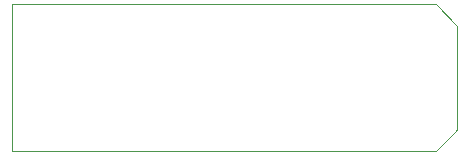
<source format=gbr>
G04 #@! TF.FileFunction,Profile,NP*
%FSLAX46Y46*%
G04 Gerber Fmt 4.6, Leading zero omitted, Abs format (unit mm)*
G04 Created by KiCad (PCBNEW (after 2015-jan-16 BZR unknown)-product) date 11/03/2015 00:06:46*
%MOMM*%
G01*
G04 APERTURE LIST*
%ADD10C,0.150000*%
%ADD11C,0.100000*%
G04 APERTURE END LIST*
D10*
D11*
X69400000Y-52300000D02*
X85300000Y-52300000D01*
X69400000Y-39900000D02*
X85300000Y-39900000D01*
X69400000Y-39900000D02*
X69400000Y-52300000D01*
X85300000Y-52300000D02*
X105300000Y-52300000D01*
X85300000Y-39900000D02*
X105300000Y-39900000D01*
X107100000Y-41700000D02*
X107100000Y-50500000D01*
X105300000Y-39900000D02*
X107100000Y-41700000D01*
X107000000Y-50600000D02*
X107100000Y-50500000D01*
X105300000Y-52300000D02*
X107000000Y-50600000D01*
M02*

</source>
